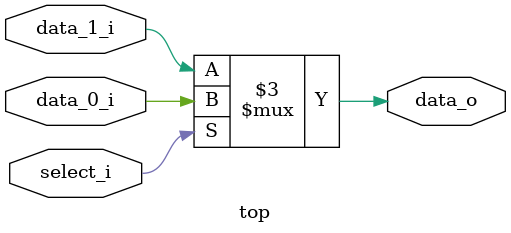
<source format=v>

module top (

  // Input data
  input      select_i,

  input      data_0_i,
  input      data_1_i,

  // Output data
  output reg data_o
);

  always @( * ) begin
    if ( select_i ) begin
      data_o = data_0_i;
    end
    else begin
      data_o = data_1_i;
    end
  end

endmodule

</source>
